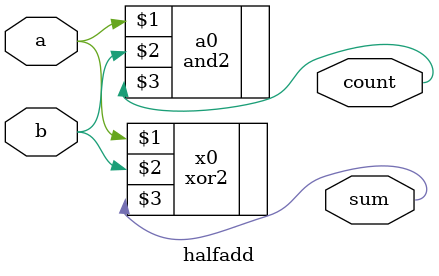
<source format=v>
module halfadd(a,b,sum,count);
input a,b;
output sum,count;
xor2 x0( a,b,sum);
and2 a0(a,b,count);
endmodule
</source>
